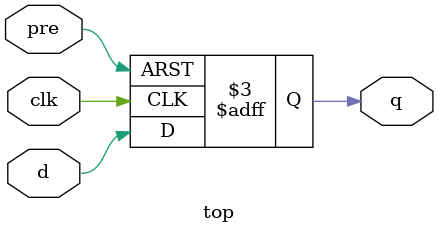
<source format=v>
module top(
    input d,
    input clk,
    input pre,
    output reg q
);
    initial q = 1'b0;
    always @(posedge clk, posedge pre) begin
       if (pre)
          q <= 1'b1;
       else
          q <= d;
    end
endmodule

</source>
